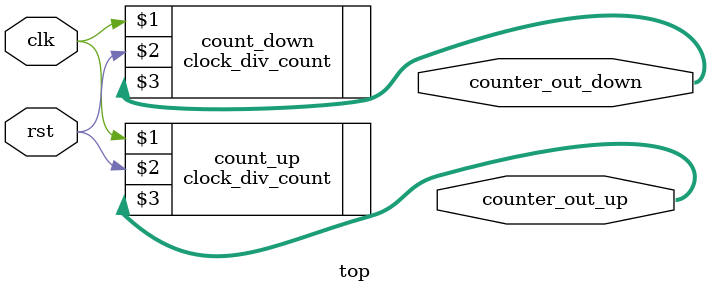
<source format=v>
module top (clk,rst,counter_out_up,counter_out_down);
input clk,rst;
//reg div_clk;
//reg [25:0] delay_count;
output [3:0] counter_out_up,counter_out_down;


   // instantiate module for count up
  clock_div_count count_up (clk,rst,counter_out_up);
 
   // instantiate module shift for count down. Instance name is different. 
//Module name is same
    clock_div_count count_down (clk,rst,counter_out_down);

  /* MAIN

   always @(posedge gclk)
     if (rst)
       begin
         count <= 0;
       end
     else
       begin
         count <= count + 1;
       end
*/

endmodule




</source>
